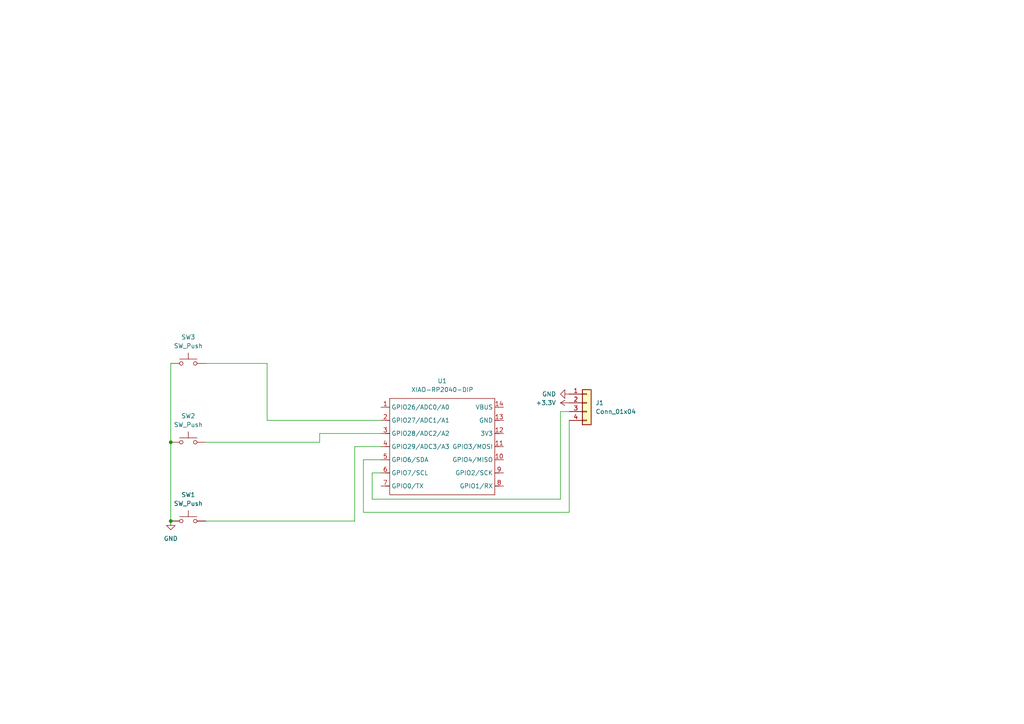
<source format=kicad_sch>
(kicad_sch
	(version 20250114)
	(generator "eeschema")
	(generator_version "9.0")
	(uuid "c4704f3a-70b5-4893-90c3-e021c5646ba6")
	(paper "A4")
	(lib_symbols
		(symbol "Connector_Generic:Conn_01x04"
			(pin_names
				(offset 1.016)
				(hide yes)
			)
			(exclude_from_sim no)
			(in_bom yes)
			(on_board yes)
			(property "Reference" "J"
				(at 0 5.08 0)
				(effects
					(font
						(size 1.27 1.27)
					)
				)
			)
			(property "Value" "Conn_01x04"
				(at 0 -7.62 0)
				(effects
					(font
						(size 1.27 1.27)
					)
				)
			)
			(property "Footprint" ""
				(at 0 0 0)
				(effects
					(font
						(size 1.27 1.27)
					)
					(hide yes)
				)
			)
			(property "Datasheet" "~"
				(at 0 0 0)
				(effects
					(font
						(size 1.27 1.27)
					)
					(hide yes)
				)
			)
			(property "Description" "Generic connector, single row, 01x04, script generated (kicad-library-utils/schlib/autogen/connector/)"
				(at 0 0 0)
				(effects
					(font
						(size 1.27 1.27)
					)
					(hide yes)
				)
			)
			(property "ki_keywords" "connector"
				(at 0 0 0)
				(effects
					(font
						(size 1.27 1.27)
					)
					(hide yes)
				)
			)
			(property "ki_fp_filters" "Connector*:*_1x??_*"
				(at 0 0 0)
				(effects
					(font
						(size 1.27 1.27)
					)
					(hide yes)
				)
			)
			(symbol "Conn_01x04_1_1"
				(rectangle
					(start -1.27 3.81)
					(end 1.27 -6.35)
					(stroke
						(width 0.254)
						(type default)
					)
					(fill
						(type background)
					)
				)
				(rectangle
					(start -1.27 2.667)
					(end 0 2.413)
					(stroke
						(width 0.1524)
						(type default)
					)
					(fill
						(type none)
					)
				)
				(rectangle
					(start -1.27 0.127)
					(end 0 -0.127)
					(stroke
						(width 0.1524)
						(type default)
					)
					(fill
						(type none)
					)
				)
				(rectangle
					(start -1.27 -2.413)
					(end 0 -2.667)
					(stroke
						(width 0.1524)
						(type default)
					)
					(fill
						(type none)
					)
				)
				(rectangle
					(start -1.27 -4.953)
					(end 0 -5.207)
					(stroke
						(width 0.1524)
						(type default)
					)
					(fill
						(type none)
					)
				)
				(pin passive line
					(at -5.08 2.54 0)
					(length 3.81)
					(name "Pin_1"
						(effects
							(font
								(size 1.27 1.27)
							)
						)
					)
					(number "1"
						(effects
							(font
								(size 1.27 1.27)
							)
						)
					)
				)
				(pin passive line
					(at -5.08 0 0)
					(length 3.81)
					(name "Pin_2"
						(effects
							(font
								(size 1.27 1.27)
							)
						)
					)
					(number "2"
						(effects
							(font
								(size 1.27 1.27)
							)
						)
					)
				)
				(pin passive line
					(at -5.08 -2.54 0)
					(length 3.81)
					(name "Pin_3"
						(effects
							(font
								(size 1.27 1.27)
							)
						)
					)
					(number "3"
						(effects
							(font
								(size 1.27 1.27)
							)
						)
					)
				)
				(pin passive line
					(at -5.08 -5.08 0)
					(length 3.81)
					(name "Pin_4"
						(effects
							(font
								(size 1.27 1.27)
							)
						)
					)
					(number "4"
						(effects
							(font
								(size 1.27 1.27)
							)
						)
					)
				)
			)
			(embedded_fonts no)
		)
		(symbol "Switch:SW_Push"
			(pin_numbers
				(hide yes)
			)
			(pin_names
				(offset 1.016)
				(hide yes)
			)
			(exclude_from_sim no)
			(in_bom yes)
			(on_board yes)
			(property "Reference" "SW"
				(at 1.27 2.54 0)
				(effects
					(font
						(size 1.27 1.27)
					)
					(justify left)
				)
			)
			(property "Value" "SW_Push"
				(at 0 -1.524 0)
				(effects
					(font
						(size 1.27 1.27)
					)
				)
			)
			(property "Footprint" ""
				(at 0 5.08 0)
				(effects
					(font
						(size 1.27 1.27)
					)
					(hide yes)
				)
			)
			(property "Datasheet" "~"
				(at 0 5.08 0)
				(effects
					(font
						(size 1.27 1.27)
					)
					(hide yes)
				)
			)
			(property "Description" "Push button switch, generic, two pins"
				(at 0 0 0)
				(effects
					(font
						(size 1.27 1.27)
					)
					(hide yes)
				)
			)
			(property "ki_keywords" "switch normally-open pushbutton push-button"
				(at 0 0 0)
				(effects
					(font
						(size 1.27 1.27)
					)
					(hide yes)
				)
			)
			(symbol "SW_Push_0_1"
				(circle
					(center -2.032 0)
					(radius 0.508)
					(stroke
						(width 0)
						(type default)
					)
					(fill
						(type none)
					)
				)
				(polyline
					(pts
						(xy 0 1.27) (xy 0 3.048)
					)
					(stroke
						(width 0)
						(type default)
					)
					(fill
						(type none)
					)
				)
				(circle
					(center 2.032 0)
					(radius 0.508)
					(stroke
						(width 0)
						(type default)
					)
					(fill
						(type none)
					)
				)
				(polyline
					(pts
						(xy 2.54 1.27) (xy -2.54 1.27)
					)
					(stroke
						(width 0)
						(type default)
					)
					(fill
						(type none)
					)
				)
				(pin passive line
					(at -5.08 0 0)
					(length 2.54)
					(name "1"
						(effects
							(font
								(size 1.27 1.27)
							)
						)
					)
					(number "1"
						(effects
							(font
								(size 1.27 1.27)
							)
						)
					)
				)
				(pin passive line
					(at 5.08 0 180)
					(length 2.54)
					(name "2"
						(effects
							(font
								(size 1.27 1.27)
							)
						)
					)
					(number "2"
						(effects
							(font
								(size 1.27 1.27)
							)
						)
					)
				)
			)
			(embedded_fonts no)
		)
		(symbol "power:+3.3V"
			(power)
			(pin_numbers
				(hide yes)
			)
			(pin_names
				(offset 0)
				(hide yes)
			)
			(exclude_from_sim no)
			(in_bom yes)
			(on_board yes)
			(property "Reference" "#PWR"
				(at 0 -3.81 0)
				(effects
					(font
						(size 1.27 1.27)
					)
					(hide yes)
				)
			)
			(property "Value" "+3.3V"
				(at 0 3.556 0)
				(effects
					(font
						(size 1.27 1.27)
					)
				)
			)
			(property "Footprint" ""
				(at 0 0 0)
				(effects
					(font
						(size 1.27 1.27)
					)
					(hide yes)
				)
			)
			(property "Datasheet" ""
				(at 0 0 0)
				(effects
					(font
						(size 1.27 1.27)
					)
					(hide yes)
				)
			)
			(property "Description" "Power symbol creates a global label with name \"+3.3V\""
				(at 0 0 0)
				(effects
					(font
						(size 1.27 1.27)
					)
					(hide yes)
				)
			)
			(property "ki_keywords" "global power"
				(at 0 0 0)
				(effects
					(font
						(size 1.27 1.27)
					)
					(hide yes)
				)
			)
			(symbol "+3.3V_0_1"
				(polyline
					(pts
						(xy -0.762 1.27) (xy 0 2.54)
					)
					(stroke
						(width 0)
						(type default)
					)
					(fill
						(type none)
					)
				)
				(polyline
					(pts
						(xy 0 2.54) (xy 0.762 1.27)
					)
					(stroke
						(width 0)
						(type default)
					)
					(fill
						(type none)
					)
				)
				(polyline
					(pts
						(xy 0 0) (xy 0 2.54)
					)
					(stroke
						(width 0)
						(type default)
					)
					(fill
						(type none)
					)
				)
			)
			(symbol "+3.3V_1_1"
				(pin power_in line
					(at 0 0 90)
					(length 0)
					(name "~"
						(effects
							(font
								(size 1.27 1.27)
							)
						)
					)
					(number "1"
						(effects
							(font
								(size 1.27 1.27)
							)
						)
					)
				)
			)
			(embedded_fonts no)
		)
		(symbol "power:GND"
			(power)
			(pin_numbers
				(hide yes)
			)
			(pin_names
				(offset 0)
				(hide yes)
			)
			(exclude_from_sim no)
			(in_bom yes)
			(on_board yes)
			(property "Reference" "#PWR"
				(at 0 -6.35 0)
				(effects
					(font
						(size 1.27 1.27)
					)
					(hide yes)
				)
			)
			(property "Value" "GND"
				(at 0 -3.81 0)
				(effects
					(font
						(size 1.27 1.27)
					)
				)
			)
			(property "Footprint" ""
				(at 0 0 0)
				(effects
					(font
						(size 1.27 1.27)
					)
					(hide yes)
				)
			)
			(property "Datasheet" ""
				(at 0 0 0)
				(effects
					(font
						(size 1.27 1.27)
					)
					(hide yes)
				)
			)
			(property "Description" "Power symbol creates a global label with name \"GND\" , ground"
				(at 0 0 0)
				(effects
					(font
						(size 1.27 1.27)
					)
					(hide yes)
				)
			)
			(property "ki_keywords" "global power"
				(at 0 0 0)
				(effects
					(font
						(size 1.27 1.27)
					)
					(hide yes)
				)
			)
			(symbol "GND_0_1"
				(polyline
					(pts
						(xy 0 0) (xy 0 -1.27) (xy 1.27 -1.27) (xy 0 -2.54) (xy -1.27 -1.27) (xy 0 -1.27)
					)
					(stroke
						(width 0)
						(type default)
					)
					(fill
						(type none)
					)
				)
			)
			(symbol "GND_1_1"
				(pin power_in line
					(at 0 0 270)
					(length 0)
					(name "~"
						(effects
							(font
								(size 1.27 1.27)
							)
						)
					)
					(number "1"
						(effects
							(font
								(size 1.27 1.27)
							)
						)
					)
				)
			)
			(embedded_fonts no)
		)
		(symbol "x:XIAO-RP2040-DIP"
			(exclude_from_sim no)
			(in_bom yes)
			(on_board yes)
			(property "Reference" "U"
				(at 0 0 0)
				(effects
					(font
						(size 1.27 1.27)
					)
				)
			)
			(property "Value" "XIAO-RP2040-DIP"
				(at 5.334 -1.778 0)
				(effects
					(font
						(size 1.27 1.27)
					)
				)
			)
			(property "Footprint" "Module:MOUDLE14P-XIAO-DIP-SMD"
				(at 14.478 -32.258 0)
				(effects
					(font
						(size 1.27 1.27)
					)
					(hide yes)
				)
			)
			(property "Datasheet" ""
				(at 0 0 0)
				(effects
					(font
						(size 1.27 1.27)
					)
					(hide yes)
				)
			)
			(property "Description" ""
				(at 0 0 0)
				(effects
					(font
						(size 1.27 1.27)
					)
					(hide yes)
				)
			)
			(symbol "XIAO-RP2040-DIP_1_0"
				(polyline
					(pts
						(xy -1.27 -2.54) (xy 29.21 -2.54)
					)
					(stroke
						(width 0.1524)
						(type solid)
					)
					(fill
						(type none)
					)
				)
				(polyline
					(pts
						(xy -1.27 -5.08) (xy -2.54 -5.08)
					)
					(stroke
						(width 0.1524)
						(type solid)
					)
					(fill
						(type none)
					)
				)
				(polyline
					(pts
						(xy -1.27 -5.08) (xy -1.27 -2.54)
					)
					(stroke
						(width 0.1524)
						(type solid)
					)
					(fill
						(type none)
					)
				)
				(polyline
					(pts
						(xy -1.27 -8.89) (xy -2.54 -8.89)
					)
					(stroke
						(width 0.1524)
						(type solid)
					)
					(fill
						(type none)
					)
				)
				(polyline
					(pts
						(xy -1.27 -8.89) (xy -1.27 -5.08)
					)
					(stroke
						(width 0.1524)
						(type solid)
					)
					(fill
						(type none)
					)
				)
				(polyline
					(pts
						(xy -1.27 -12.7) (xy -2.54 -12.7)
					)
					(stroke
						(width 0.1524)
						(type solid)
					)
					(fill
						(type none)
					)
				)
				(polyline
					(pts
						(xy -1.27 -12.7) (xy -1.27 -8.89)
					)
					(stroke
						(width 0.1524)
						(type solid)
					)
					(fill
						(type none)
					)
				)
				(polyline
					(pts
						(xy -1.27 -16.51) (xy -2.54 -16.51)
					)
					(stroke
						(width 0.1524)
						(type solid)
					)
					(fill
						(type none)
					)
				)
				(polyline
					(pts
						(xy -1.27 -16.51) (xy -1.27 -12.7)
					)
					(stroke
						(width 0.1524)
						(type solid)
					)
					(fill
						(type none)
					)
				)
				(polyline
					(pts
						(xy -1.27 -20.32) (xy -2.54 -20.32)
					)
					(stroke
						(width 0.1524)
						(type solid)
					)
					(fill
						(type none)
					)
				)
				(polyline
					(pts
						(xy -1.27 -24.13) (xy -2.54 -24.13)
					)
					(stroke
						(width 0.1524)
						(type solid)
					)
					(fill
						(type none)
					)
				)
				(polyline
					(pts
						(xy -1.27 -27.94) (xy -2.54 -27.94)
					)
					(stroke
						(width 0.1524)
						(type solid)
					)
					(fill
						(type none)
					)
				)
				(polyline
					(pts
						(xy -1.27 -30.48) (xy -1.27 -16.51)
					)
					(stroke
						(width 0.1524)
						(type solid)
					)
					(fill
						(type none)
					)
				)
				(polyline
					(pts
						(xy 29.21 -2.54) (xy 29.21 -5.08)
					)
					(stroke
						(width 0.1524)
						(type solid)
					)
					(fill
						(type none)
					)
				)
				(polyline
					(pts
						(xy 29.21 -5.08) (xy 29.21 -8.89)
					)
					(stroke
						(width 0.1524)
						(type solid)
					)
					(fill
						(type none)
					)
				)
				(polyline
					(pts
						(xy 29.21 -8.89) (xy 29.21 -12.7)
					)
					(stroke
						(width 0.1524)
						(type solid)
					)
					(fill
						(type none)
					)
				)
				(polyline
					(pts
						(xy 29.21 -12.7) (xy 29.21 -30.48)
					)
					(stroke
						(width 0.1524)
						(type solid)
					)
					(fill
						(type none)
					)
				)
				(polyline
					(pts
						(xy 29.21 -30.48) (xy -1.27 -30.48)
					)
					(stroke
						(width 0.1524)
						(type solid)
					)
					(fill
						(type none)
					)
				)
				(polyline
					(pts
						(xy 30.48 -5.08) (xy 29.21 -5.08)
					)
					(stroke
						(width 0.1524)
						(type solid)
					)
					(fill
						(type none)
					)
				)
				(polyline
					(pts
						(xy 30.48 -8.89) (xy 29.21 -8.89)
					)
					(stroke
						(width 0.1524)
						(type solid)
					)
					(fill
						(type none)
					)
				)
				(polyline
					(pts
						(xy 30.48 -12.7) (xy 29.21 -12.7)
					)
					(stroke
						(width 0.1524)
						(type solid)
					)
					(fill
						(type none)
					)
				)
				(polyline
					(pts
						(xy 30.48 -16.51) (xy 29.21 -16.51)
					)
					(stroke
						(width 0.1524)
						(type solid)
					)
					(fill
						(type none)
					)
				)
				(polyline
					(pts
						(xy 30.48 -20.32) (xy 29.21 -20.32)
					)
					(stroke
						(width 0.1524)
						(type solid)
					)
					(fill
						(type none)
					)
				)
				(polyline
					(pts
						(xy 30.48 -24.13) (xy 29.21 -24.13)
					)
					(stroke
						(width 0.1524)
						(type solid)
					)
					(fill
						(type none)
					)
				)
				(polyline
					(pts
						(xy 30.48 -27.94) (xy 29.21 -27.94)
					)
					(stroke
						(width 0.1524)
						(type solid)
					)
					(fill
						(type none)
					)
				)
				(pin passive line
					(at -3.81 -5.08 0)
					(length 2.54)
					(name "GPIO26/ADC0/A0"
						(effects
							(font
								(size 1.27 1.27)
							)
						)
					)
					(number "1"
						(effects
							(font
								(size 1.27 1.27)
							)
						)
					)
				)
				(pin passive line
					(at -3.81 -8.89 0)
					(length 2.54)
					(name "GPIO27/ADC1/A1"
						(effects
							(font
								(size 1.27 1.27)
							)
						)
					)
					(number "2"
						(effects
							(font
								(size 1.27 1.27)
							)
						)
					)
				)
				(pin passive line
					(at -3.81 -12.7 0)
					(length 2.54)
					(name "GPIO28/ADC2/A2"
						(effects
							(font
								(size 1.27 1.27)
							)
						)
					)
					(number "3"
						(effects
							(font
								(size 1.27 1.27)
							)
						)
					)
				)
				(pin passive line
					(at -3.81 -16.51 0)
					(length 2.54)
					(name "GPIO29/ADC3/A3"
						(effects
							(font
								(size 1.27 1.27)
							)
						)
					)
					(number "4"
						(effects
							(font
								(size 1.27 1.27)
							)
						)
					)
				)
				(pin passive line
					(at -3.81 -20.32 0)
					(length 2.54)
					(name "GPIO6/SDA"
						(effects
							(font
								(size 1.27 1.27)
							)
						)
					)
					(number "5"
						(effects
							(font
								(size 1.27 1.27)
							)
						)
					)
				)
				(pin passive line
					(at -3.81 -24.13 0)
					(length 2.54)
					(name "GPIO7/SCL"
						(effects
							(font
								(size 1.27 1.27)
							)
						)
					)
					(number "6"
						(effects
							(font
								(size 1.27 1.27)
							)
						)
					)
				)
				(pin passive line
					(at -3.81 -27.94 0)
					(length 2.54)
					(name "GPIO0/TX"
						(effects
							(font
								(size 1.27 1.27)
							)
						)
					)
					(number "7"
						(effects
							(font
								(size 1.27 1.27)
							)
						)
					)
				)
				(pin passive line
					(at 31.75 -5.08 180)
					(length 2.54)
					(name "VBUS"
						(effects
							(font
								(size 1.27 1.27)
							)
						)
					)
					(number "14"
						(effects
							(font
								(size 1.27 1.27)
							)
						)
					)
				)
				(pin passive line
					(at 31.75 -8.89 180)
					(length 2.54)
					(name "GND"
						(effects
							(font
								(size 1.27 1.27)
							)
						)
					)
					(number "13"
						(effects
							(font
								(size 1.27 1.27)
							)
						)
					)
				)
				(pin passive line
					(at 31.75 -12.7 180)
					(length 2.54)
					(name "3V3"
						(effects
							(font
								(size 1.27 1.27)
							)
						)
					)
					(number "12"
						(effects
							(font
								(size 1.27 1.27)
							)
						)
					)
				)
				(pin passive line
					(at 31.75 -16.51 180)
					(length 2.54)
					(name "GPIO3/MOSI"
						(effects
							(font
								(size 1.27 1.27)
							)
						)
					)
					(number "11"
						(effects
							(font
								(size 1.27 1.27)
							)
						)
					)
				)
				(pin passive line
					(at 31.75 -20.32 180)
					(length 2.54)
					(name "GPIO4/MISO"
						(effects
							(font
								(size 1.27 1.27)
							)
						)
					)
					(number "10"
						(effects
							(font
								(size 1.27 1.27)
							)
						)
					)
				)
				(pin passive line
					(at 31.75 -24.13 180)
					(length 2.54)
					(name "GPIO2/SCK"
						(effects
							(font
								(size 1.27 1.27)
							)
						)
					)
					(number "9"
						(effects
							(font
								(size 1.27 1.27)
							)
						)
					)
				)
				(pin passive line
					(at 31.75 -27.94 180)
					(length 2.54)
					(name "GPIO1/RX"
						(effects
							(font
								(size 1.27 1.27)
							)
						)
					)
					(number "8"
						(effects
							(font
								(size 1.27 1.27)
							)
						)
					)
				)
			)
			(embedded_fonts no)
		)
	)
	(junction
		(at 49.53 128.27)
		(diameter 0)
		(color 0 0 0 0)
		(uuid "1c9e2ceb-a9b8-4405-afa5-ace86fb03530")
	)
	(junction
		(at 49.53 151.13)
		(diameter 0)
		(color 0 0 0 0)
		(uuid "520fa3ce-28bd-4583-87ce-c765abd069bf")
	)
	(wire
		(pts
			(xy 105.41 148.59) (xy 105.41 133.35)
		)
		(stroke
			(width 0)
			(type default)
		)
		(uuid "0dc88e4a-7a3b-4303-9a7c-47c4ac7e9f1f")
	)
	(wire
		(pts
			(xy 59.69 105.41) (xy 77.47 105.41)
		)
		(stroke
			(width 0)
			(type default)
		)
		(uuid "180258f5-5197-455b-a716-6f494192e480")
	)
	(wire
		(pts
			(xy 92.71 125.73) (xy 110.49 125.73)
		)
		(stroke
			(width 0)
			(type default)
		)
		(uuid "3235eea4-cad0-458c-90ee-ac66b028eabd")
	)
	(wire
		(pts
			(xy 49.53 105.41) (xy 49.53 128.27)
		)
		(stroke
			(width 0)
			(type default)
		)
		(uuid "3a8a6314-4aae-49f4-b70a-02cee4407037")
	)
	(wire
		(pts
			(xy 162.56 144.78) (xy 162.56 119.38)
		)
		(stroke
			(width 0)
			(type default)
		)
		(uuid "3c4d0528-72f5-4c0d-bb3a-f692f863d6b9")
	)
	(wire
		(pts
			(xy 162.56 119.38) (xy 165.1 119.38)
		)
		(stroke
			(width 0)
			(type default)
		)
		(uuid "43fab39d-c6e2-443a-88ae-6864d4b51ad4")
	)
	(wire
		(pts
			(xy 107.95 137.16) (xy 110.49 137.16)
		)
		(stroke
			(width 0)
			(type default)
		)
		(uuid "71eb729e-48ad-4d77-9520-0db60d4d4c8d")
	)
	(wire
		(pts
			(xy 102.87 151.13) (xy 102.87 129.54)
		)
		(stroke
			(width 0)
			(type default)
		)
		(uuid "75a68710-8a35-4f7f-9015-54316a6f3f88")
	)
	(wire
		(pts
			(xy 107.95 144.78) (xy 107.95 137.16)
		)
		(stroke
			(width 0)
			(type default)
		)
		(uuid "8178d4e6-1960-4a97-adcd-9dc0308ada06")
	)
	(wire
		(pts
			(xy 92.71 128.27) (xy 92.71 125.73)
		)
		(stroke
			(width 0)
			(type default)
		)
		(uuid "8be55b2f-a44a-4fb2-a13f-eff75bf5fa55")
	)
	(wire
		(pts
			(xy 105.41 133.35) (xy 110.49 133.35)
		)
		(stroke
			(width 0)
			(type default)
		)
		(uuid "aaf141e2-6436-4301-8bf7-c0e6a6b5a5d9")
	)
	(wire
		(pts
			(xy 107.95 144.78) (xy 162.56 144.78)
		)
		(stroke
			(width 0)
			(type default)
		)
		(uuid "ad590d14-ce05-46c2-bf74-f29055c6ea55")
	)
	(wire
		(pts
			(xy 59.69 151.13) (xy 102.87 151.13)
		)
		(stroke
			(width 0)
			(type default)
		)
		(uuid "b82274b0-da55-4a9d-b8f8-1db6c372e153")
	)
	(wire
		(pts
			(xy 77.47 105.41) (xy 77.47 121.92)
		)
		(stroke
			(width 0)
			(type default)
		)
		(uuid "b83e1aa1-7b25-4065-b0df-d7e6a617decb")
	)
	(wire
		(pts
			(xy 59.69 128.27) (xy 92.71 128.27)
		)
		(stroke
			(width 0)
			(type default)
		)
		(uuid "bbe44075-b41a-44fc-9366-48171fb452af")
	)
	(wire
		(pts
			(xy 165.1 121.92) (xy 165.1 148.59)
		)
		(stroke
			(width 0)
			(type default)
		)
		(uuid "c538e0d4-b43b-4ad7-80f9-68610fadbe9b")
	)
	(wire
		(pts
			(xy 49.53 128.27) (xy 49.53 151.13)
		)
		(stroke
			(width 0)
			(type default)
		)
		(uuid "c766377c-368c-4666-8690-d89022baf48b")
	)
	(wire
		(pts
			(xy 165.1 148.59) (xy 105.41 148.59)
		)
		(stroke
			(width 0)
			(type default)
		)
		(uuid "d786b364-2f36-4e34-97e5-57d938cd6c89")
	)
	(wire
		(pts
			(xy 77.47 121.92) (xy 110.49 121.92)
		)
		(stroke
			(width 0)
			(type default)
		)
		(uuid "dfb50fcd-a4d8-4ca2-92aa-a3fce67cfdfa")
	)
	(wire
		(pts
			(xy 102.87 129.54) (xy 110.49 129.54)
		)
		(stroke
			(width 0)
			(type default)
		)
		(uuid "edfacced-b85e-41ff-8a02-49dd3e349bae")
	)
	(symbol
		(lib_id "Switch:SW_Push")
		(at 54.61 105.41 0)
		(unit 1)
		(exclude_from_sim no)
		(in_bom yes)
		(on_board yes)
		(dnp no)
		(fields_autoplaced yes)
		(uuid "34cc3026-bf48-4421-919b-32a306ec169f")
		(property "Reference" "SW3"
			(at 54.61 97.79 0)
			(effects
				(font
					(size 1.27 1.27)
				)
			)
		)
		(property "Value" "SW_Push"
			(at 54.61 100.33 0)
			(effects
				(font
					(size 1.27 1.27)
				)
			)
		)
		(property "Footprint" "Button_Switch_Keyboard:SW_Cherry_MX_1.00u_PCB"
			(at 54.61 100.33 0)
			(effects
				(font
					(size 1.27 1.27)
				)
				(hide yes)
			)
		)
		(property "Datasheet" "~"
			(at 54.61 100.33 0)
			(effects
				(font
					(size 1.27 1.27)
				)
				(hide yes)
			)
		)
		(property "Description" "Push button switch, generic, two pins"
			(at 54.61 105.41 0)
			(effects
				(font
					(size 1.27 1.27)
				)
				(hide yes)
			)
		)
		(pin "1"
			(uuid "adfb9cba-a827-439a-ac50-62c2b5ba05ee")
		)
		(pin "2"
			(uuid "96a568ac-e6ac-40cf-9ce7-fd92c975f8ca")
		)
		(instances
			(project ""
				(path "/c4704f3a-70b5-4893-90c3-e021c5646ba6"
					(reference "SW3")
					(unit 1)
				)
			)
		)
	)
	(symbol
		(lib_id "power:GND")
		(at 165.1 114.3 270)
		(unit 1)
		(exclude_from_sim no)
		(in_bom yes)
		(on_board yes)
		(dnp no)
		(fields_autoplaced yes)
		(uuid "41803370-beda-473e-a25b-e562e1d102e0")
		(property "Reference" "#PWR02"
			(at 158.75 114.3 0)
			(effects
				(font
					(size 1.27 1.27)
				)
				(hide yes)
			)
		)
		(property "Value" "GND"
			(at 161.29 114.2999 90)
			(effects
				(font
					(size 1.27 1.27)
				)
				(justify right)
			)
		)
		(property "Footprint" ""
			(at 165.1 114.3 0)
			(effects
				(font
					(size 1.27 1.27)
				)
				(hide yes)
			)
		)
		(property "Datasheet" ""
			(at 165.1 114.3 0)
			(effects
				(font
					(size 1.27 1.27)
				)
				(hide yes)
			)
		)
		(property "Description" "Power symbol creates a global label with name \"GND\" , ground"
			(at 165.1 114.3 0)
			(effects
				(font
					(size 1.27 1.27)
				)
				(hide yes)
			)
		)
		(pin "1"
			(uuid "84208e5d-4b1e-435a-a380-6a9ca33942e3")
		)
		(instances
			(project ""
				(path "/c4704f3a-70b5-4893-90c3-e021c5646ba6"
					(reference "#PWR02")
					(unit 1)
				)
			)
		)
	)
	(symbol
		(lib_id "power:GND")
		(at 49.53 151.13 0)
		(unit 1)
		(exclude_from_sim no)
		(in_bom yes)
		(on_board yes)
		(dnp no)
		(fields_autoplaced yes)
		(uuid "460b99c1-1fdb-437c-9cfb-d8197f79e14b")
		(property "Reference" "#PWR03"
			(at 49.53 157.48 0)
			(effects
				(font
					(size 1.27 1.27)
				)
				(hide yes)
			)
		)
		(property "Value" "GND"
			(at 49.53 156.21 0)
			(effects
				(font
					(size 1.27 1.27)
				)
			)
		)
		(property "Footprint" ""
			(at 49.53 151.13 0)
			(effects
				(font
					(size 1.27 1.27)
				)
				(hide yes)
			)
		)
		(property "Datasheet" ""
			(at 49.53 151.13 0)
			(effects
				(font
					(size 1.27 1.27)
				)
				(hide yes)
			)
		)
		(property "Description" "Power symbol creates a global label with name \"GND\" , ground"
			(at 49.53 151.13 0)
			(effects
				(font
					(size 1.27 1.27)
				)
				(hide yes)
			)
		)
		(pin "1"
			(uuid "e6cf836e-f312-47ff-97a6-017ef40ab9d9")
		)
		(instances
			(project ""
				(path "/c4704f3a-70b5-4893-90c3-e021c5646ba6"
					(reference "#PWR03")
					(unit 1)
				)
			)
		)
	)
	(symbol
		(lib_id "power:+3.3V")
		(at 165.1 116.84 90)
		(unit 1)
		(exclude_from_sim no)
		(in_bom yes)
		(on_board yes)
		(dnp no)
		(fields_autoplaced yes)
		(uuid "4c2dc2d5-367d-4ef5-acb7-3f73aba85785")
		(property "Reference" "#PWR01"
			(at 168.91 116.84 0)
			(effects
				(font
					(size 1.27 1.27)
				)
				(hide yes)
			)
		)
		(property "Value" "+3.3V"
			(at 161.29 116.8399 90)
			(effects
				(font
					(size 1.27 1.27)
				)
				(justify left)
			)
		)
		(property "Footprint" ""
			(at 165.1 116.84 0)
			(effects
				(font
					(size 1.27 1.27)
				)
				(hide yes)
			)
		)
		(property "Datasheet" ""
			(at 165.1 116.84 0)
			(effects
				(font
					(size 1.27 1.27)
				)
				(hide yes)
			)
		)
		(property "Description" "Power symbol creates a global label with name \"+3.3V\""
			(at 165.1 116.84 0)
			(effects
				(font
					(size 1.27 1.27)
				)
				(hide yes)
			)
		)
		(pin "1"
			(uuid "b761ac2a-f8ce-49b3-a519-21380c62df0b")
		)
		(instances
			(project ""
				(path "/c4704f3a-70b5-4893-90c3-e021c5646ba6"
					(reference "#PWR01")
					(unit 1)
				)
			)
		)
	)
	(symbol
		(lib_id "Switch:SW_Push")
		(at 54.61 128.27 0)
		(unit 1)
		(exclude_from_sim no)
		(in_bom yes)
		(on_board yes)
		(dnp no)
		(fields_autoplaced yes)
		(uuid "633ae678-031d-4913-bf3c-1f0fffee1174")
		(property "Reference" "SW2"
			(at 54.61 120.65 0)
			(effects
				(font
					(size 1.27 1.27)
				)
			)
		)
		(property "Value" "SW_Push"
			(at 54.61 123.19 0)
			(effects
				(font
					(size 1.27 1.27)
				)
			)
		)
		(property "Footprint" "Button_Switch_Keyboard:SW_Cherry_MX_1.00u_PCB"
			(at 54.61 123.19 0)
			(effects
				(font
					(size 1.27 1.27)
				)
				(hide yes)
			)
		)
		(property "Datasheet" "~"
			(at 54.61 123.19 0)
			(effects
				(font
					(size 1.27 1.27)
				)
				(hide yes)
			)
		)
		(property "Description" "Push button switch, generic, two pins"
			(at 54.61 128.27 0)
			(effects
				(font
					(size 1.27 1.27)
				)
				(hide yes)
			)
		)
		(pin "2"
			(uuid "437644ef-8e48-41b4-a80d-4fbefb0f1f6a")
		)
		(pin "1"
			(uuid "ce0f14ff-e0f2-4163-bd1a-73d22598a09d")
		)
		(instances
			(project ""
				(path "/c4704f3a-70b5-4893-90c3-e021c5646ba6"
					(reference "SW2")
					(unit 1)
				)
			)
		)
	)
	(symbol
		(lib_id "Switch:SW_Push")
		(at 54.61 151.13 0)
		(unit 1)
		(exclude_from_sim no)
		(in_bom yes)
		(on_board yes)
		(dnp no)
		(fields_autoplaced yes)
		(uuid "a9b6a501-61c6-40b6-b6d6-5d66390426f2")
		(property "Reference" "SW1"
			(at 54.61 143.51 0)
			(effects
				(font
					(size 1.27 1.27)
				)
			)
		)
		(property "Value" "SW_Push"
			(at 54.61 146.05 0)
			(effects
				(font
					(size 1.27 1.27)
				)
			)
		)
		(property "Footprint" "Button_Switch_Keyboard:SW_Cherry_MX_1.00u_PCB"
			(at 54.61 146.05 0)
			(effects
				(font
					(size 1.27 1.27)
				)
				(hide yes)
			)
		)
		(property "Datasheet" "~"
			(at 54.61 146.05 0)
			(effects
				(font
					(size 1.27 1.27)
				)
				(hide yes)
			)
		)
		(property "Description" "Push button switch, generic, two pins"
			(at 54.61 151.13 0)
			(effects
				(font
					(size 1.27 1.27)
				)
				(hide yes)
			)
		)
		(pin "2"
			(uuid "8410e498-ef51-4644-ad89-39d14905f8c5")
		)
		(pin "1"
			(uuid "046247ce-46e8-4805-bca6-fd2285faa148")
		)
		(instances
			(project ""
				(path "/c4704f3a-70b5-4893-90c3-e021c5646ba6"
					(reference "SW1")
					(unit 1)
				)
			)
		)
	)
	(symbol
		(lib_id "x:XIAO-RP2040-DIP")
		(at 114.3 113.03 0)
		(unit 1)
		(exclude_from_sim no)
		(in_bom yes)
		(on_board yes)
		(dnp no)
		(fields_autoplaced yes)
		(uuid "befd473f-a11f-4da2-b629-6cd45d544b52")
		(property "Reference" "U1"
			(at 128.27 110.49 0)
			(effects
				(font
					(size 1.27 1.27)
				)
			)
		)
		(property "Value" "XIAO-RP2040-DIP"
			(at 128.27 113.03 0)
			(effects
				(font
					(size 1.27 1.27)
				)
			)
		)
		(property "Footprint" "Audio_Module:AAAAA"
			(at 128.778 145.288 0)
			(effects
				(font
					(size 1.27 1.27)
				)
				(hide yes)
			)
		)
		(property "Datasheet" ""
			(at 114.3 113.03 0)
			(effects
				(font
					(size 1.27 1.27)
				)
				(hide yes)
			)
		)
		(property "Description" ""
			(at 114.3 113.03 0)
			(effects
				(font
					(size 1.27 1.27)
				)
				(hide yes)
			)
		)
		(pin "1"
			(uuid "ed614e0a-0216-48de-ac31-a9b0f51be2c3")
		)
		(pin "3"
			(uuid "6586b3a3-272e-469c-b7dc-bceb852e3328")
		)
		(pin "2"
			(uuid "ea378b8f-93cb-4ca5-8315-310699029d06")
		)
		(pin "5"
			(uuid "3aac37d9-9448-4afc-88f4-d9103f59fb9d")
		)
		(pin "4"
			(uuid "cad11be3-af69-48f7-8cc1-60c2143e6c42")
		)
		(pin "6"
			(uuid "ff19c733-f6e5-401a-9196-6c122db9bb31")
		)
		(pin "7"
			(uuid "9f8085b1-4346-465b-aa37-0c2372c2c368")
		)
		(pin "14"
			(uuid "e9d73493-98c4-4002-bef0-523a6fe9787b")
		)
		(pin "10"
			(uuid "4d91de7c-6752-45cf-9467-e35e2e0f47f5")
		)
		(pin "9"
			(uuid "cb0dd7cc-e63a-4863-b680-88aa443237b8")
		)
		(pin "13"
			(uuid "1b4b7172-e40b-4656-9a97-3146e65e3839")
		)
		(pin "8"
			(uuid "01122729-8714-4842-b886-875dfcaa2000")
		)
		(pin "11"
			(uuid "8fa5e70b-53ee-4124-b597-8e3479e4c0ce")
		)
		(pin "12"
			(uuid "f44064fa-0ae1-494e-9535-798d26d9ff0f")
		)
		(instances
			(project ""
				(path "/c4704f3a-70b5-4893-90c3-e021c5646ba6"
					(reference "U1")
					(unit 1)
				)
			)
		)
	)
	(symbol
		(lib_id "Connector_Generic:Conn_01x04")
		(at 170.18 116.84 0)
		(unit 1)
		(exclude_from_sim no)
		(in_bom yes)
		(on_board yes)
		(dnp no)
		(fields_autoplaced yes)
		(uuid "fb468937-c31b-49a3-acc9-583d77c1d3cc")
		(property "Reference" "J1"
			(at 172.72 116.8399 0)
			(effects
				(font
					(size 1.27 1.27)
				)
				(justify left)
			)
		)
		(property "Value" "Conn_01x04"
			(at 172.72 119.3799 0)
			(effects
				(font
					(size 1.27 1.27)
				)
				(justify left)
			)
		)
		(property "Footprint" "OLED:SSD1306-0.91-OLED-4pin-128x32"
			(at 170.18 116.84 0)
			(effects
				(font
					(size 1.27 1.27)
				)
				(hide yes)
			)
		)
		(property "Datasheet" "~"
			(at 170.18 116.84 0)
			(effects
				(font
					(size 1.27 1.27)
				)
				(hide yes)
			)
		)
		(property "Description" "Generic connector, single row, 01x04, script generated (kicad-library-utils/schlib/autogen/connector/)"
			(at 170.18 116.84 0)
			(effects
				(font
					(size 1.27 1.27)
				)
				(hide yes)
			)
		)
		(pin "1"
			(uuid "e0551464-e4b2-4c2f-ab0f-531492fd0011")
		)
		(pin "3"
			(uuid "db72d4cc-f170-44e2-9d6d-e71859722309")
		)
		(pin "4"
			(uuid "12db63fc-19ea-4bb9-aa0a-4d43ec336250")
		)
		(pin "2"
			(uuid "e9a057ca-8823-4ff3-88db-d66568751cda")
		)
		(instances
			(project ""
				(path "/c4704f3a-70b5-4893-90c3-e021c5646ba6"
					(reference "J1")
					(unit 1)
				)
			)
		)
	)
	(sheet_instances
		(path "/"
			(page "1")
		)
	)
	(embedded_fonts no)
)

</source>
